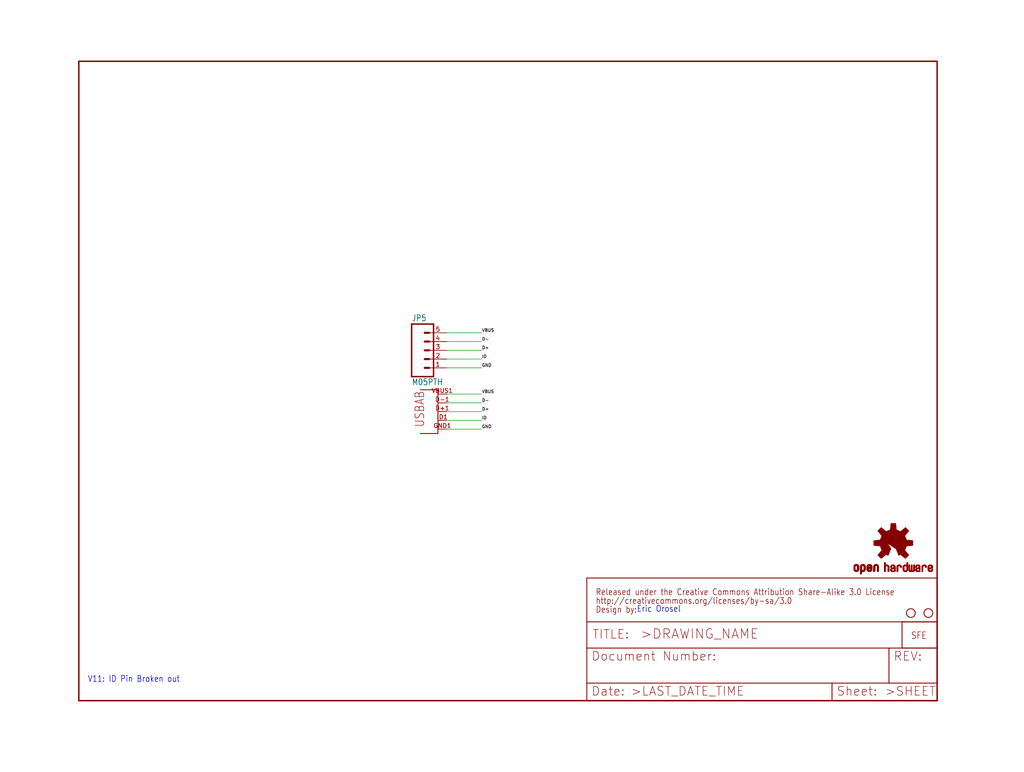
<source format=kicad_sch>
(kicad_sch (version 20211123) (generator eeschema)
  (paper "User" 297.002 223.926)
  (lib_symbols
    (symbol "eagleSchem-eagle-import:CREATIVE_COMMONS"
      (symbol "CREATIVE_COMMONS_1_0"
        (text "Design by:" (at 0 0 0) (effects (font (size 1.778 1.5113)) (justify left bottom)))
        (text "http://creativecommons.org/licenses/by-sa/3.0" (at 0 2.54 0) (effects (font (size 1.778 1.5113)) (justify left bottom)))
        (text "Released under the Creative Commons Attribution Share-Alike 3.0 License" (at 0 5.08 0) (effects (font (size 1.778 1.5113)) (justify left bottom)))
      )
    )
    (symbol "eagleSchem-eagle-import:FRAME-LETTER"
      (symbol "FRAME-LETTER_2_0"
        (text ">DRAWING_NAME" (at 15.494 17.78 0) (effects (font (size 2.7432 2.7432)) (justify left bottom)))
        (text ">LAST_DATE_TIME" (at 12.7 1.27 0) (effects (font (size 2.54 2.54)) (justify left bottom)))
        (text ">SHEET" (at 86.36 1.27 0) (effects (font (size 2.54 2.54)) (justify left bottom)))
        (text "Date:" (at 1.27 1.27 0) (effects (font (size 2.54 2.54)) (justify left bottom)))
        (text "Document Number:" (at 1.27 11.43 0) (effects (font (size 2.54 2.54)) (justify left bottom)))
        (text "REV:" (at 88.9 11.43 0) (effects (font (size 2.54 2.54)) (justify left bottom)))
        (text "Sheet:" (at 72.39 1.27 0) (effects (font (size 2.54 2.54)) (justify left bottom)))
        (text "TITLE:" (at 1.524 17.78 0) (effects (font (size 2.54 2.54)) (justify left bottom)))
      )
    )
    (symbol "eagleSchem-eagle-import:LOGO-SFESK"
      (symbol "LOGO-SFESK_1_0"
        (text "SFE" (at 0 0 0) (effects (font (size 1.9304 1.6408)) (justify left bottom)))
      )
    )
    (symbol "eagleSchem-eagle-import:M05PTH"
      (property "Reference" "JP" (at -2.54 8.382 0))
      (property "Value" "M05PTH" (at -2.54 -10.16 0))
      (symbol "M05PTH_1_0"
        (pin passive line (at 7.62 -5.08 180) (length 5.08) (name "1") (number "1"))
        (pin passive line (at 7.62 -2.54 180) (length 5.08) (name "2") (number "2"))
        (pin passive line (at 7.62 0 180) (length 5.08) (name "3") (number "3"))
        (pin passive line (at 7.62 2.54 180) (length 5.08) (name "4") (number "4"))
        (pin passive line (at 7.62 5.08 180) (length 5.08) (name "5") (number "5"))
      )
    )
    (symbol "eagleSchem-eagle-import:OSHW-LOGOS")
    (symbol "eagleSchem-eagle-import:STAND-OFF")
    (symbol "eagleSchem-eagle-import:USB-ABCONN-11794"
      (symbol "USB-ABCONN-11794_1_0"
        (text "USBAB" (at 1.27 -6.096 900) (effects (font (size 2.54 2.159)) (justify left bottom)))
        (pin bidirectional line (at -5.08 0 0) (length 2.54) (name "D+") (number "D+1"))
        (pin bidirectional line (at -5.08 -2.54 0) (length 2.54) (name "D-") (number "D-1"))
        (pin bidirectional line (at -5.08 5.08 0) (length 2.54) (name "GND") (number "GND1"))
        (pin bidirectional line (at -5.08 2.54 0) (length 2.54) (name "USBID") (number "ID1"))
        (pin bidirectional line (at -5.08 -5.08 0) (length 2.54) (name "VBUS") (number "VBUS1"))
      )
    )
  )
  (wire (pts (xy 129.54 96.52) (xy 139.7 96.52)))
  (wire (pts (xy 129.54 124.46) (xy 139.7 124.46)))
  (wire (pts (xy 129.54 114.3) (xy 139.7 114.3)))
  (wire (pts (xy 129.54 116.84) (xy 139.7 116.84)))
  (wire (pts (xy 129.54 121.92) (xy 139.7 121.92)))
  (wire (pts (xy 129.54 119.38) (xy 139.7 119.38)))
  (wire (pts (xy 129.54 99.06) (xy 139.7 99.06)))
  (wire (pts (xy 129.54 106.68) (xy 139.7 106.68)))
  (wire (pts (xy 129.54 104.14) (xy 139.7 104.14)))
  (wire (pts (xy 129.54 101.6) (xy 139.7 101.6)))
  (text "Eric Orosel" (at 184.658 177.8 180) (effects (font (size 1.778 1.5113)) (justify left bottom)))
  (text "V11: ID Pin Broken out" (at 25.4 198.12 180) (effects (font (size 1.778 1.5113)) (justify left bottom)))
  (label "ID" (at 139.7 104.14 0) (effects (font (size 0.889 0.889))))
  (label "D+" (at 139.7 101.6 0) (effects (font (size 0.889 0.889))))
  (label "VBUS" (at 139.7 114.3 0) (effects (font (size 0.889 0.889))))
  (label "ID" (at 139.7 121.92 0) (effects (font (size 0.889 0.889))))
  (label "VBUS" (at 139.7 96.52 0) (effects (font (size 0.889 0.889))))
  (label "D+" (at 139.7 119.38 0) (effects (font (size 0.889 0.889))))
  (label "D-" (at 139.7 99.06 0) (effects (font (size 0.889 0.889))))
  (label "GND" (at 139.7 106.68 0) (effects (font (size 0.889 0.889))))
  (label "GND" (at 139.7 124.46 0) (effects (font (size 0.889 0.889))))
  (label "D-" (at 139.7 116.84 0) (effects (font (size 0.889 0.889))))
  (symbol (lib_id "eagleSchem-eagle-import:USB-ABCONN-11794") (at 124.46 119.38 180) (unit 1)
    (property "Reference" "U$4" (effects hide))
    (property "Value" "MICRO_AB_USB" (effects hide))
    (property "Footprint" "eagleSchem:USB-AB-MICRO-SMD_V03" (effects hide))
  )
  (symbol (lib_id "eagleSchem-eagle-import:M05PTH") (at 121.92 101.6 0) (unit 1)
    (property "Reference" "JP5" (at 119.38 93.218 0) (effects (font (size 1.778 1.5113)) (justify left bottom)))
    (property "Value" "M05PTH" (at 119.38 111.76 0) (effects (font (size 1.778 1.5113)) (justify left bottom)))
    (property "Footprint" "eagleSchem:1X05" (effects hide))
  )
  (symbol (lib_id "eagleSchem-eagle-import:STAND-OFF") (at 269.24 177.8 0) (unit 1)
    (property "Reference" "JP3" (effects hide))
    (property "Value" "STAND-OFF" (effects hide))
    (property "Footprint" "eagleSchem:STAND-OFF" (effects hide))
  )
  (symbol (lib_id "eagleSchem-eagle-import:OSHW-LOGOS") (at 259.08 157.48 0) (unit 1)
    (property "Reference" "U$3" (effects hide))
    (property "Value" "OSHW-LOGOS" (effects hide))
    (property "Footprint" "eagleSchem:OSHW-LOGO-S" (effects hide))
  )
  (symbol (lib_id "eagleSchem-eagle-import:STAND-OFF") (at 264.16 177.8 0) (unit 1)
    (property "Reference" "JP4" (effects hide))
    (property "Value" "STAND-OFF" (effects hide))
    (property "Footprint" "eagleSchem:STAND-OFF" (effects hide))
  )
  (symbol (lib_id "eagleSchem-eagle-import:FRAME-LETTER") (at 170.18 203.2 0) (unit 2)
    (property "Reference" "#FRAME1" (effects hide))
    (property "Value" "FRAME-LETTER" (effects hide))
    (property "Footprint" "eagleSchem:" (effects hide))
  )
  (symbol (lib_id "eagleSchem-eagle-import:FRAME-LETTER") (at 22.86 203.2 0) (unit 1)
    (property "Reference" "#FRAME1" (effects hide))
    (property "Value" "FRAME-LETTER" (effects hide))
    (property "Footprint" "eagleSchem:" (effects hide))
  )
  (symbol (lib_id "eagleSchem-eagle-import:LOGO-SFESK") (at 264.16 185.42 0) (unit 1)
    (property "Reference" "JP2" (effects hide))
    (property "Value" "LOGO-SFESK" (effects hide))
    (property "Footprint" "eagleSchem:SFE-LOGO-FLAME" (effects hide))
  )
  (symbol (lib_id "eagleSchem-eagle-import:CREATIVE_COMMONS") (at 172.72 177.8 0) (unit 1)
    (property "Reference" "U$2" (effects hide))
    (property "Value" "CREATIVE_COMMONS" (effects hide))
    (property "Footprint" "eagleSchem:CREATIVE_COMMONS" (effects hide))
  )
)
</source>
